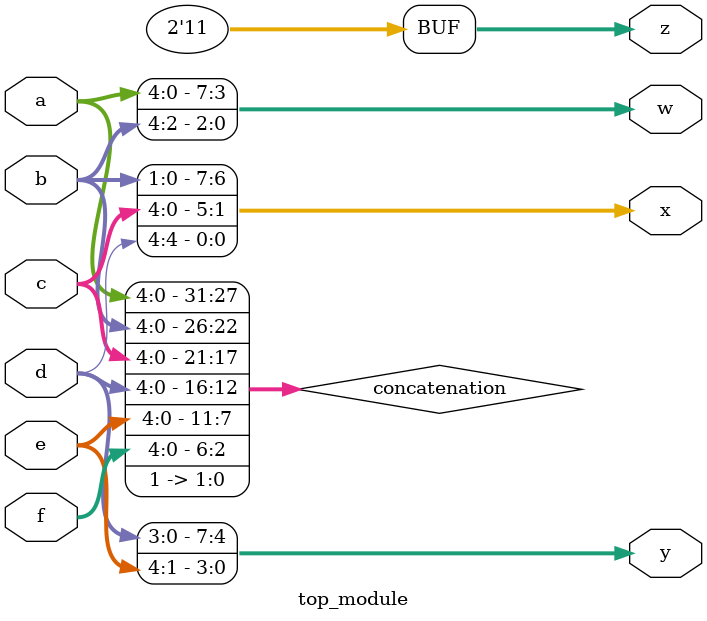
<source format=sv>
module top_module (
	input [4:0] a,
	input [4:0] b,
	input [4:0] c,
	input [4:0] d,
	input [4:0] e,
	input [4:0] f,
	output [7:0] w,
	output [7:0] x,
	output [7:0] y,
	output [7:8] z
);

wire [31:0] concatenation;

assign concatenation = {a, b, c, d, e, f, 2'b11};

assign w = concatenation[31:24];
assign x = concatenation[23:16];
assign y = concatenation[15:8];
assign z = concatenation[7:0];

endmodule

</source>
